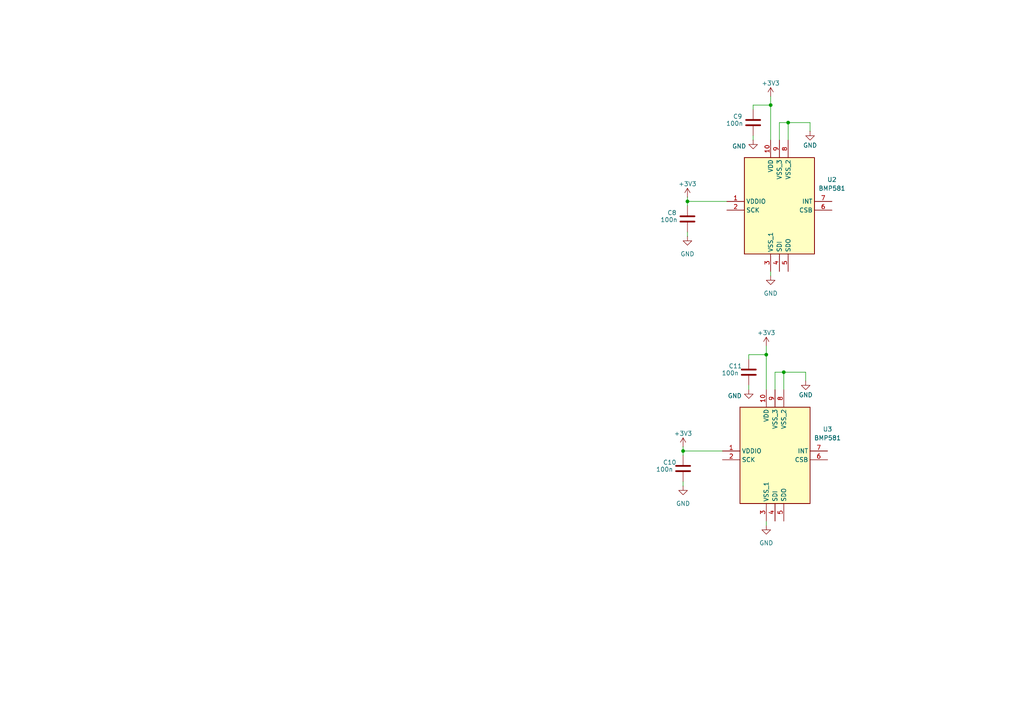
<source format=kicad_sch>
(kicad_sch (version 20231120) (generator "eeschema") (generator_version "8.0")
  (paper "A4")
  (lib_symbols
    (symbol "BMP581:BMP581"
      (property "Reference" "U" (at 26.67 17.78 0))
      (property "Value" "BMP581" (at 26.67 15.24 0))
      (symbol "BMP581_1_1"
        (rectangle (start 5.08 12.7) (end 25.4 -15.24) (stroke (width 0.254)) (fill (type background)))
        (pin passive line (at 0 0 0) (length 5.08) (name "VDDIO") (number "1"))
        (pin passive line (at 12.7 17.78 270) (length 5.08) (name "VDD") (number "10"))
        (pin passive line (at 0 -2.54 0) (length 5.08) (name "SCK") (number "2"))
        (pin passive line (at 12.7 -20.32 90) (length 5.08) (name "VSS_1") (number "3"))
        (pin passive line (at 15.24 -20.32 90) (length 5.08) (name "SDI") (number "4"))
        (pin passive line (at 17.78 -20.32 90) (length 5.08) (name "SDO") (number "5"))
        (pin passive line (at 30.48 -2.54 180) (length 5.08) (name "CSB") (number "6"))
        (pin passive line (at 30.48 0 180) (length 5.08) (name "INT") (number "7"))
        (pin passive line (at 17.78 17.78 270) (length 5.08) (name "VSS_2") (number "8"))
        (pin passive line (at 15.24 17.78 270) (length 5.08) (name "VSS_3") (number "9"))
      )
    )
    (symbol "Device:C" (pin_numbers hide) (pin_names (offset 0.254))
      (property "Reference" "C" (at 0.635 2.54 0))
      (property "Value" "C" (at 0.635 -2.54 0))
      (symbol "C_0_1"
        (polyline (pts (xy -2.032 -0.762) (xy 2.032 -0.762)) (stroke (width 0.508)))
        (polyline (pts (xy -2.032 0.762) (xy 2.032 0.762)) (stroke (width 0.508)))
      )
      (symbol "C_1_1"
        (pin passive line (at 0 3.81 270) (length 2.794) (name "~") (number "1"))
        (pin passive line (at 0 -3.81 90) (length 2.794) (name "~") (number "2"))
      )
    )
    (symbol "power:+3V3" (power) (pin_numbers hide) (pin_names (offset 0) hide)
      (property "Value" "+3V3" (at 0 3.556 0))
      (symbol "+3V3_0_1"
        (polyline (pts (xy -0.762 1.27) (xy 0 2.54)))
        (polyline (pts (xy 0 0) (xy 0 2.54)))
        (polyline (pts (xy 0 2.54) (xy 0.762 1.27)))
      )
      (symbol "+3V3_1_1"
        (pin power_in line (at 0 0 90) (length 0) (name "~") (number "1"))
      )
    )
    (symbol "power:GND" (power) (pin_numbers hide) (pin_names (offset 0) hide)
      (property "Value" "GND" (at 0 -3.81 0))
      (symbol "GND_0_1"
        (polyline (pts (xy 0 0) (xy 0 -1.27) (xy 1.27 -1.27) (xy 0 -2.54) (xy -1.27 -1.27) (xy 0 -1.27)))
      )
      (symbol "GND_1_1"
        (pin power_in line (at 0 0 270) (length 0) (name "~") (number "1"))
      )
    )
  )
  (junction (at 222.25 102.87))
  (junction (at 199.39 58.42))
  (junction (at 228.6 35.56))
  (junction (at 198.12 130.81))
  (junction (at 223.52 30.48))
  (junction (at 227.33 107.95))
  (wire (pts (xy 224.79 107.95) (xy 227.33 107.95)))
  (wire (pts (xy 199.39 67.31) (xy 199.39 68.58)))
  (wire (pts (xy 226.06 40.64) (xy 226.06 35.56)))
  (wire (pts (xy 217.17 102.87) (xy 222.25 102.87)))
  (wire (pts (xy 224.79 113.03) (xy 224.79 107.95)))
  (wire (pts (xy 218.44 39.37) (xy 218.44 40.64)))
  (wire (pts (xy 199.39 58.42) (xy 199.39 59.69)))
  (wire (pts (xy 198.12 130.81) (xy 198.12 132.08)))
  (wire (pts (xy 198.12 130.81) (xy 209.55 130.81)))
  (wire (pts (xy 222.25 100.33) (xy 222.25 102.87)))
  (wire (pts (xy 233.68 107.95) (xy 233.68 110.49)))
  (wire (pts (xy 218.44 30.48) (xy 223.52 30.48)))
  (wire (pts (xy 228.6 35.56) (xy 234.95 35.56)))
  (wire (pts (xy 227.33 107.95) (xy 233.68 107.95)))
  (wire (pts (xy 222.25 151.13) (xy 222.25 152.4)))
  (wire (pts (xy 199.39 57.15) (xy 199.39 58.42)))
  (wire (pts (xy 222.25 102.87) (xy 222.25 113.03)))
  (wire (pts (xy 226.06 35.56) (xy 228.6 35.56)))
  (wire (pts (xy 199.39 58.42) (xy 210.82 58.42)))
  (wire (pts (xy 218.44 31.75) (xy 218.44 30.48)))
  (wire (pts (xy 234.95 35.56) (xy 234.95 38.1)))
  (wire (pts (xy 198.12 139.7) (xy 198.12 140.97)))
  (wire (pts (xy 223.52 78.74) (xy 223.52 80.01)))
  (wire (pts (xy 223.52 30.48) (xy 223.52 40.64)))
  (wire (pts (xy 228.6 40.64) (xy 228.6 35.56)))
  (wire (pts (xy 217.17 111.76) (xy 217.17 113.03)))
  (wire (pts (xy 217.17 104.14) (xy 217.17 102.87)))
  (wire (pts (xy 198.12 129.54) (xy 198.12 130.81)))
  (wire (pts (xy 223.52 27.94) (xy 223.52 30.48)))
  (wire (pts (xy 227.33 113.03) (xy 227.33 107.95)))
  (symbol (lib_id "Device:C") (at 198.12 135.89 0) (unit 1)
    (property "Reference" "C10" (at 192.278 134.112 0) (effects (justify left)))
    (property "Value" "100n" (at 190.246 136.144 0) (effects (justify left)))
    (property "Description" "Unpolarized capacitor" (effects (hide yes)))
  )
  (symbol (lib_id "power:GND") (at 198.12 140.97 0) (unit 1)
    (property "Reference" "#PWR19" (effects (hide yes)))
    (property "Value" "GND" (at 198.12 146.05 0))
    (property "Description" "Power symbol creates a global label with name \"GND\" , ground" (effects (hide yes)))
  )
  (symbol (lib_id "power:+3V3") (at 223.52 27.94 0) (unit 1)
    (property "Reference" "#PWR12" (effects (hide yes)))
    (property "Value" "+3V3" (at 223.52 24.13 0))
    (property "Description" "Power symbol creates a global label with name \"+3V3\"" (effects (hide yes)))
  )
  (symbol (lib_id "power:+3V3") (at 222.25 100.33 0) (unit 1)
    (property "Reference" "#PWR21" (effects (hide yes)))
    (property "Value" "+3V3" (at 222.25 96.52 0))
    (property "Description" "Power symbol creates a global label with name \"+3V3\"" (effects (hide yes)))
  )
  (symbol (lib_id "power:GND") (at 218.44 40.64 0) (unit 1)
    (property "Reference" "#PWR13" (effects (hide yes)))
    (property "Value" "GND" (at 214.376 42.418 0))
    (property "Description" "Power symbol creates a global label with name \"GND\" , ground" (effects (hide yes)))
  )
  (symbol (lib_id "BMP581:BMP581") (at 209.55 130.81 0) (unit 1)
    (property "Reference" "U3" (at 240.03 124.4914 0))
    (property "Value" "BMP581" (at 240.03 127.0314 0))
    (property "Footprint" "BMP581" (effects (hide yes)))
    (property "Datasheet" "https://www.bosch-sensortec.com/media/boschsensortec/downloads/datasheets/bst-bmp581-ds004.pdf" (effects (hide yes)))
    (property "Description" "Pressure Sensor 4.35PSI ~ 18.13PSI (30kPa ~ 125kPa) Absolute 10-WFLGA" (effects (hide yes)))
    (property "Height" "0.8" (effects (hide yes)))
    (property "Mouser Part Number" "262-BMP581" (effects (hide yes)))
    (property "Mouser Price/Stock" "https://www.mouser.co.uk/ProductDetail/Bosch-Sensortec/BMP581?qs=Li%252BoUPsLEntPL9tlFmcgXg%3D%3D" (effects (hide yes)))
    (property "Manufacturer_Name" "BOSCH" (effects (hide yes)))
    (property "Manufacturer_Part_Number" "BMP581" (effects (hide yes)))
  )
  (symbol (lib_id "power:GND") (at 217.17 113.03 0) (unit 1)
    (property "Reference" "#PWR20" (effects (hide yes)))
    (property "Value" "GND" (at 213.106 114.808 0))
    (property "Description" "Power symbol creates a global label with name \"GND\" , ground" (effects (hide yes)))
  )
  (symbol (lib_id "Device:C") (at 217.17 107.95 0) (unit 1)
    (property "Reference" "C11" (at 211.328 106.172 0) (effects (justify left)))
    (property "Value" "100n" (at 209.296 108.204 0) (effects (justify left)))
    (property "Description" "Unpolarized capacitor" (effects (hide yes)))
  )
  (symbol (lib_id "power:GND") (at 199.39 68.58 0) (unit 1)
    (property "Reference" "#PWR14" (effects (hide yes)))
    (property "Value" "GND" (at 199.39 73.66 0))
    (property "Description" "Power symbol creates a global label with name \"GND\" , ground" (effects (hide yes)))
  )
  (symbol (lib_id "Device:C") (at 199.39 63.5 0) (unit 1)
    (property "Reference" "C8" (at 193.548 61.722 0) (effects (justify left)))
    (property "Value" "100n" (at 191.516 63.754 0) (effects (justify left)))
    (property "Description" "Unpolarized capacitor" (effects (hide yes)))
  )
  (symbol (lib_id "BMP581:BMP581") (at 210.82 58.42 0) (unit 1)
    (property "Reference" "U2" (at 241.3 52.1014 0))
    (property "Value" "BMP581" (at 241.3 54.6414 0))
    (property "Footprint" "BMP581" (effects (hide yes)))
    (property "Datasheet" "https://www.bosch-sensortec.com/media/boschsensortec/downloads/datasheets/bst-bmp581-ds004.pdf" (effects (hide yes)))
    (property "Description" "Pressure Sensor 4.35PSI ~ 18.13PSI (30kPa ~ 125kPa) Absolute 10-WFLGA" (effects (hide yes)))
    (property "Height" "0.8" (effects (hide yes)))
    (property "Mouser Part Number" "262-BMP581" (effects (hide yes)))
    (property "Mouser Price/Stock" "https://www.mouser.co.uk/ProductDetail/Bosch-Sensortec/BMP581?qs=Li%252BoUPsLEntPL9tlFmcgXg%3D%3D" (effects (hide yes)))
    (property "Manufacturer_Name" "BOSCH" (effects (hide yes)))
    (property "Manufacturer_Part_Number" "BMP581" (effects (hide yes)))
  )
  (symbol (lib_id "power:GND") (at 222.25 152.4 0) (unit 1)
    (property "Reference" "#PWR22" (effects (hide yes)))
    (property "Value" "GND" (at 222.25 157.48 0))
    (property "Description" "Power symbol creates a global label with name \"GND\" , ground" (effects (hide yes)))
  )
  (symbol (lib_id "power:+3V3") (at 199.39 57.15 0) (unit 1)
    (property "Reference" "#PWR15" (effects (hide yes)))
    (property "Value" "+3V3" (at 199.39 53.34 0))
    (property "Description" "Power symbol creates a global label with name \"+3V3\"" (effects (hide yes)))
  )
  (symbol (lib_id "power:GND") (at 233.68 110.49 0) (unit 1)
    (property "Reference" "#PWR23" (effects (hide yes)))
    (property "Value" "GND" (at 233.68 114.554 0))
    (property "Description" "Power symbol creates a global label with name \"GND\" , ground" (effects (hide yes)))
  )
  (symbol (lib_id "Device:C") (at 218.44 35.56 0) (unit 1)
    (property "Reference" "C9" (at 212.598 33.782 0) (effects (justify left)))
    (property "Value" "100n" (at 210.566 35.814 0) (effects (justify left)))
    (property "Description" "Unpolarized capacitor" (effects (hide yes)))
  )
  (symbol (lib_id "power:+3V3") (at 198.12 129.54 0) (unit 1)
    (property "Reference" "#PWR18" (effects (hide yes)))
    (property "Value" "+3V3" (at 198.12 125.73 0))
    (property "Description" "Power symbol creates a global label with name \"+3V3\"" (effects (hide yes)))
  )
  (symbol (lib_id "power:GND") (at 234.95 38.1 0) (unit 1)
    (property "Reference" "#PWR17" (effects (hide yes)))
    (property "Value" "GND" (at 234.95 42.164 0))
    (property "Description" "Power symbol creates a global label with name \"GND\" , ground" (effects (hide yes)))
  )
  (symbol (lib_id "power:GND") (at 223.52 80.01 0) (unit 1)
    (property "Reference" "#PWR16" (effects (hide yes)))
    (property "Value" "GND" (at 223.52 85.09 0))
    (property "Description" "Power symbol creates a global label with name \"GND\" , ground" (effects (hide yes)))
  )
)
</source>
